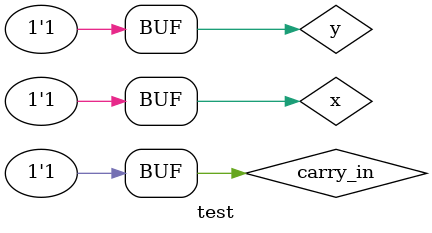
<source format=v>
`timescale 1ns/1ps

module test();
    reg x;
    reg y;
    reg carry_in;
    wire sum;
    wire carry_out;
    // uut - unit under test
    full_adder uut(
        .x(x),
        .y(y),
        .carry_in(carry_in),
        .sum(sum),
        .carry_out(carry_out)
    );

    initial begin
        $display("=== Test Full-Adder ===");
        $display("| x | y | carry_in | sum | carry_out |");
        $monitor(" %b    %b       %b      %b       %b     ", x, y, carry_in, sum, carry_out);
        x = 0; y = 0; carry_in = 0;#5;
        x = 0; y = 1; carry_in = 0;#5;
        x = 1; y = 0; carry_in = 0;#5;
        x = 1; y = 1; carry_in = 0;#5;
        x = 0; y = 0; carry_in = 1;#5;
        x = 0; y = 1; carry_in = 1;#5;
        x = 1; y = 0; carry_in = 1;#5;
        x = 1; y = 1; carry_in = 1;#5;
    end
endmodule

</source>
